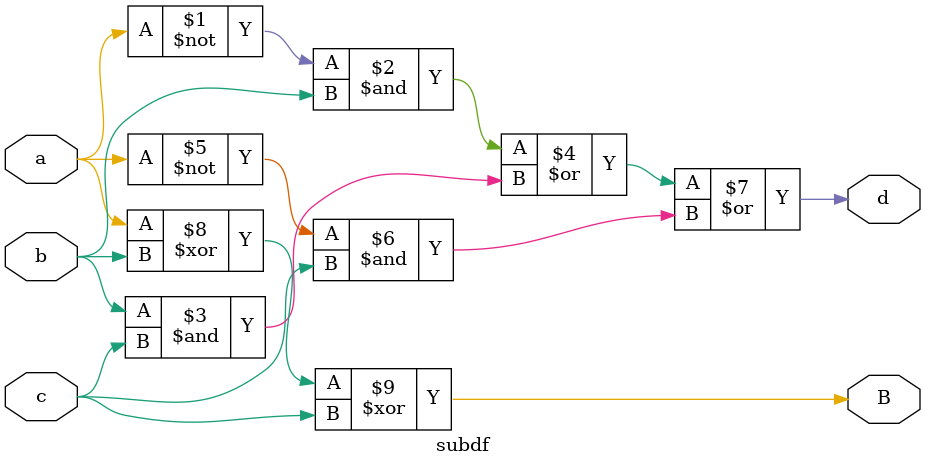
<source format=v>
module subdf(input a,b,c,output d,B);
assign d = (~a) & b | b & c | (~a) & c;  
assign B = a ^ b ^ c;
endmodule

</source>
